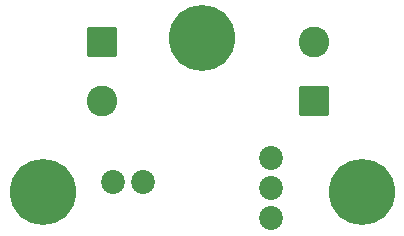
<source format=gbr>
%TF.GenerationSoftware,KiCad,Pcbnew,9.0.0-1.fc41*%
%TF.CreationDate,2025-04-21T01:51:52+02:00*%
%TF.ProjectId,relay_board,72656c61-795f-4626-9f61-72642e6b6963,rev?*%
%TF.SameCoordinates,Original*%
%TF.FileFunction,Soldermask,Bot*%
%TF.FilePolarity,Negative*%
%FSLAX46Y46*%
G04 Gerber Fmt 4.6, Leading zero omitted, Abs format (unit mm)*
G04 Created by KiCad (PCBNEW 9.0.0-1.fc41) date 2025-04-21 01:51:52*
%MOMM*%
%LPD*%
G01*
G04 APERTURE LIST*
G04 Aperture macros list*
%AMRoundRect*
0 Rectangle with rounded corners*
0 $1 Rounding radius*
0 $2 $3 $4 $5 $6 $7 $8 $9 X,Y pos of 4 corners*
0 Add a 4 corners polygon primitive as box body*
4,1,4,$2,$3,$4,$5,$6,$7,$8,$9,$2,$3,0*
0 Add four circle primitives for the rounded corners*
1,1,$1+$1,$2,$3*
1,1,$1+$1,$4,$5*
1,1,$1+$1,$6,$7*
1,1,$1+$1,$8,$9*
0 Add four rect primitives between the rounded corners*
20,1,$1+$1,$2,$3,$4,$5,0*
20,1,$1+$1,$4,$5,$6,$7,0*
20,1,$1+$1,$6,$7,$8,$9,0*
20,1,$1+$1,$8,$9,$2,$3,0*%
G04 Aperture macros list end*
%ADD10C,2.020000*%
%ADD11RoundRect,0.250000X1.050000X-1.050000X1.050000X1.050000X-1.050000X1.050000X-1.050000X-1.050000X0*%
%ADD12C,2.600000*%
%ADD13C,5.600000*%
%ADD14RoundRect,0.250000X-1.050000X1.050000X-1.050000X-1.050000X1.050000X-1.050000X1.050000X1.050000X0*%
G04 APERTURE END LIST*
D10*
%TO.C,J2*%
X153357500Y-82155000D03*
X153357500Y-84695000D03*
X153357500Y-87235000D03*
%TD*%
D11*
%TO.C,J3*%
X157000000Y-77300000D03*
D12*
X157000000Y-72300000D03*
%TD*%
D13*
%TO.C,H1*%
X147500000Y-72000000D03*
%TD*%
D14*
%TO.C,J1*%
X139000000Y-72300000D03*
D12*
X139000000Y-77300000D03*
%TD*%
D10*
%TO.C,SW1*%
X139917500Y-84125000D03*
X142457500Y-84125000D03*
%TD*%
D13*
%TO.C,H2*%
X134000000Y-85000000D03*
%TD*%
%TO.C,H3*%
X161000000Y-85000000D03*
%TD*%
M02*

</source>
